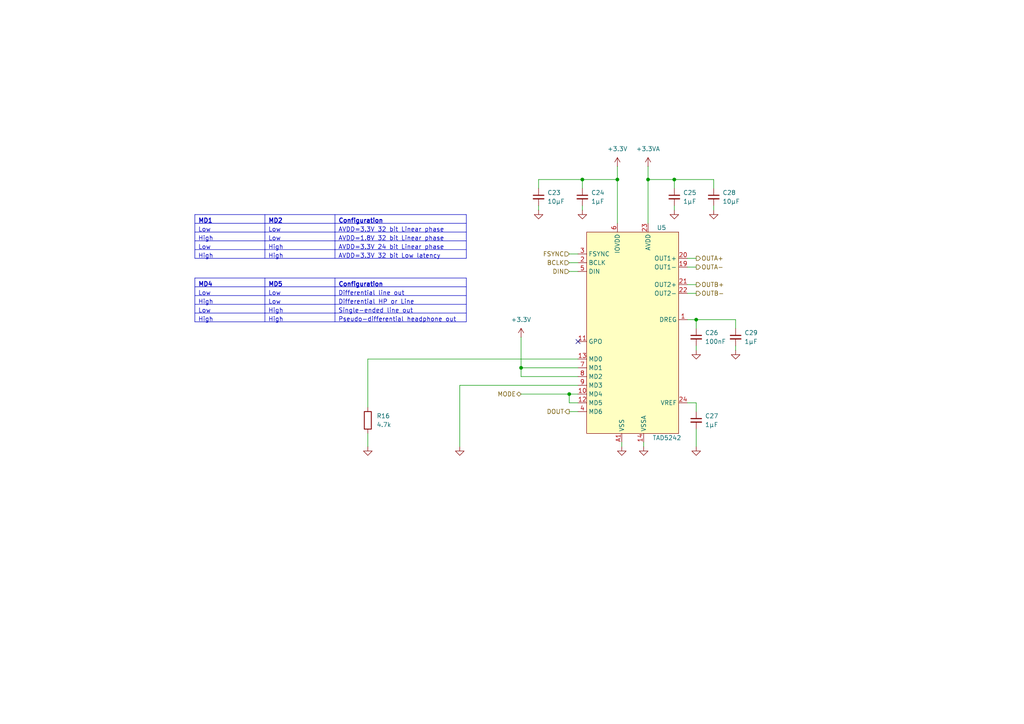
<source format=kicad_sch>
(kicad_sch (version 20250114) (generator "eeschema") (generator_version "9.0")
  (paper "A4")
  (lib_symbols
    (symbol "Device:C_Small" (pin_numbers (hide yes)) (pin_names (offset 0.254) (hide yes))
      (property "Reference" "C" (at 0.254 1.778 0))
      (property "Value" "C_Small" (at 0.254 -2.032 0))
      (symbol "C_Small_0_1"
        (polyline (pts (xy -1.524 0.508) (xy 1.524 0.508)) (stroke (width 0.3048)))
        (polyline (pts (xy -1.524 -0.508) (xy 1.524 -0.508)) (stroke (width 0.3302)))
      )
      (symbol "C_Small_1_1"
        (pin passive line (at 0 2.54 270) (length 2.032) (name "~") (number "1"))
        (pin passive line (at 0 -2.54 90) (length 2.032) (name "~") (number "2"))
      )
    )
    (symbol "Device:R" (pin_numbers (hide yes)) (pin_names (offset 0))
      (property "Reference" "R" (at 2.032 0 90))
      (property "Value" "R" (at 0 0 90))
      (symbol "R_0_1"
        (rectangle (start -1.016 -2.54) (end 1.016 2.54) (stroke (width 0.254)))
      )
      (symbol "R_1_1"
        (pin passive line (at 0 3.81 270) (length 1.27) (name "~") (number "1"))
        (pin passive line (at 0 -3.81 90) (length 1.27) (name "~") (number "2"))
      )
    )
    (symbol "audio_ics:TAD5242"
      (property "Reference" "U" (at 0 0 0))
      (property "Value" "TAD5242" (at 0 0 0))
      (symbol "TAD5242_0_0"
        (pin input line (at -2.54 -10.16 0) (length 2.54) (name "FSYNC") (number "3"))
        (pin input line (at -2.54 -12.7 0) (length 2.54) (name "BCLK") (number "2"))
        (pin input line (at -2.54 -15.24 0) (length 2.54) (name "DIN") (number "5"))
        (pin output line (at -2.54 -35.56 0) (length 2.54) (name "GPO") (number "11"))
        (pin input line (at -2.54 -40.64 0) (length 2.54) (name "MD0") (number "13"))
        (pin input line (at -2.54 -43.18 0) (length 2.54) (name "MD1") (number "7"))
        (pin input line (at -2.54 -45.72 0) (length 2.54) (name "MD2") (number "8"))
        (pin input line (at -2.54 -48.26 0) (length 2.54) (name "MD3") (number "9"))
        (pin input line (at -2.54 -50.8 0) (length 2.54) (name "MD4") (number "10"))
        (pin input line (at -2.54 -53.34 0) (length 2.54) (name "MD5") (number "12"))
        (pin output line (at -2.54 -55.88 0) (length 2.54) (name "MD6") (number "4"))
        (pin power_in line (at 8.89 -1.27 270) (length 2.54) (name "IOVDD") (number "6"))
        (pin power_in line (at 10.16 -64.77 90) (length 2.54) (name "VSS") (number "A1"))
        (pin power_in line (at 16.51 -64.77 90) (length 2.54) (name "VSSA") (number "14"))
        (pin power_in line (at 17.78 -1.27 270) (length 2.54) (name "AVDD") (number "23"))
        (pin output line (at 29.21 -11.43 180) (length 2.54) (name "OUT1+") (number "20"))
        (pin output line (at 29.21 -13.97 180) (length 2.54) (name "OUT1-") (number "19"))
        (pin output line (at 29.21 -19.05 180) (length 2.54) (name "OUT2+") (number "21"))
        (pin output line (at 29.21 -21.59 180) (length 2.54) (name "OUT2-") (number "22"))
        (pin output line (at 29.21 -53.34 180) (length 2.54) (name "VREF") (number "24"))
      )
      (symbol "TAD5242_1_0"
        (pin passive line (at 10.16 -64.77 90) (length 2.54) (hide yes) (name "VSS") (number "25"))
        (pin passive line (at 10.16 -64.77 90) (length 2.54) (hide yes) (name "VSS") (number "A2"))
        (pin passive line (at 10.16 -64.77 90) (length 2.54) (hide yes) (name "VSS") (number "A3"))
        (pin passive line (at 10.16 -64.77 90) (length 2.54) (hide yes) (name "VSS") (number "A4"))
        (pin passive line (at 16.51 -64.77 90) (length 2.54) (hide yes) (name "VSSA") (number "15"))
        (pin passive line (at 16.51 -64.77 90) (length 2.54) (hide yes) (name "VSSA") (number "16"))
        (pin passive line (at 16.51 -64.77 90) (length 2.54) (hide yes) (name "VSSA") (number "17"))
        (pin passive line (at 16.51 -64.77 90) (length 2.54) (hide yes) (name "VSSA") (number "18"))
        (pin power_out line (at 29.21 -29.21 180) (length 2.54) (name "DREG") (number "1"))
      )
      (symbol "TAD5242_1_1"
        (rectangle (start 0 -3.81) (end 26.67 -62.23) (fill (type background)))
      )
    )
    (symbol "power:+3.3V" (power) (pin_numbers (hide yes)) (pin_names (offset 0) (hide yes))
      (property "Value" "+3.3V" (at 0 3.556 0))
      (symbol "+3.3V_0_1"
        (polyline (pts (xy -0.762 1.27) (xy 0 2.54)))
        (polyline (pts (xy 0 2.54) (xy 0.762 1.27)))
        (polyline (pts (xy 0 0) (xy 0 2.54)))
      )
      (symbol "+3.3V_1_1"
        (pin power_in line (at 0 0 90) (length 0) (name "~") (number "1"))
      )
    )
    (symbol "power:+3.3VA" (power) (pin_numbers (hide yes)) (pin_names (offset 0) (hide yes))
      (property "Value" "+3.3VA" (at 0 3.556 0))
      (symbol "+3.3VA_0_1"
        (polyline (pts (xy -0.762 1.27) (xy 0 2.54)))
        (polyline (pts (xy 0 2.54) (xy 0.762 1.27)))
        (polyline (pts (xy 0 0) (xy 0 2.54)))
      )
      (symbol "+3.3VA_1_1"
        (pin power_in line (at 0 0 90) (length 0) (name "~") (number "1"))
      )
    )
    (symbol "power:GND" (power) (pin_numbers (hide yes)) (pin_names (offset 0) (hide yes))
      (property "Value" "GND" (at 0 -3.81 0))
      (symbol "GND_0_1"
        (polyline (pts (xy 0 0) (xy 0 -1.27) (xy 1.27 -1.27) (xy 0 -2.54) (xy -1.27 -1.27) (xy 0 -1.27)))
      )
      (symbol "GND_1_1"
        (pin power_in line (at 0 0 270) (length 0) (name "~") (number "1"))
      )
    )
  )
  (junction (at 201.93 92.71))
  (junction (at 168.91 52.07))
  (junction (at 151.13 106.68))
  (junction (at 195.58 52.07))
  (junction (at 187.96 52.07))
  (junction (at 165.1 114.3))
  (junction (at 179.07 52.07))
  (no_connect (at 167.64 99.06))
  (wire (pts (xy 156.21 52.07) (xy 156.21 54.61)))
  (wire (pts (xy 179.07 64.77) (xy 179.07 52.07)))
  (wire (pts (xy 151.13 97.79) (xy 151.13 106.68)))
  (wire (pts (xy 165.1 119.38) (xy 167.64 119.38)))
  (wire (pts (xy 199.39 82.55) (xy 201.93 82.55)))
  (wire (pts (xy 195.58 60.96) (xy 195.58 59.69)))
  (wire (pts (xy 165.1 78.74) (xy 167.64 78.74)))
  (wire (pts (xy 179.07 48.26) (xy 179.07 52.07)))
  (wire (pts (xy 106.68 129.54) (xy 106.68 125.73)))
  (wire (pts (xy 195.58 52.07) (xy 207.01 52.07)))
  (wire (pts (xy 151.13 109.22) (xy 151.13 106.68)))
  (wire (pts (xy 201.93 119.38) (xy 201.93 116.84)))
  (wire (pts (xy 165.1 116.84) (xy 165.1 114.3)))
  (wire (pts (xy 187.96 48.26) (xy 187.96 52.07)))
  (wire (pts (xy 106.68 104.14) (xy 167.64 104.14)))
  (wire (pts (xy 201.93 95.25) (xy 201.93 92.71)))
  (wire (pts (xy 167.64 116.84) (xy 165.1 116.84)))
  (wire (pts (xy 187.96 52.07) (xy 195.58 52.07)))
  (wire (pts (xy 165.1 73.66) (xy 167.64 73.66)))
  (wire (pts (xy 186.69 128.27) (xy 186.69 129.54)))
  (wire (pts (xy 213.36 95.25) (xy 213.36 92.71)))
  (wire (pts (xy 195.58 52.07) (xy 195.58 54.61)))
  (wire (pts (xy 213.36 92.71) (xy 201.93 92.71)))
  (wire (pts (xy 167.64 109.22) (xy 151.13 109.22)))
  (wire (pts (xy 201.93 116.84) (xy 199.39 116.84)))
  (wire (pts (xy 151.13 114.3) (xy 165.1 114.3)))
  (wire (pts (xy 201.93 101.6) (xy 201.93 100.33)))
  (wire (pts (xy 133.35 111.76) (xy 133.35 129.54)))
  (wire (pts (xy 167.64 111.76) (xy 133.35 111.76)))
  (wire (pts (xy 207.01 52.07) (xy 207.01 54.61)))
  (wire (pts (xy 168.91 52.07) (xy 168.91 54.61)))
  (wire (pts (xy 179.07 52.07) (xy 168.91 52.07)))
  (wire (pts (xy 187.96 64.77) (xy 187.96 52.07)))
  (wire (pts (xy 199.39 74.93) (xy 201.93 74.93)))
  (wire (pts (xy 213.36 101.6) (xy 213.36 100.33)))
  (wire (pts (xy 199.39 85.09) (xy 201.93 85.09)))
  (wire (pts (xy 156.21 60.96) (xy 156.21 59.69)))
  (wire (pts (xy 151.13 106.68) (xy 167.64 106.68)))
  (wire (pts (xy 168.91 52.07) (xy 156.21 52.07)))
  (wire (pts (xy 201.93 124.46) (xy 201.93 129.54)))
  (wire (pts (xy 106.68 118.11) (xy 106.68 104.14)))
  (wire (pts (xy 168.91 60.96) (xy 168.91 59.69)))
  (wire (pts (xy 199.39 77.47) (xy 201.93 77.47)))
  (wire (pts (xy 207.01 60.96) (xy 207.01 59.69)))
  (wire (pts (xy 201.93 92.71) (xy 199.39 92.71)))
  (wire (pts (xy 180.34 129.54) (xy 180.34 128.27)))
  (wire (pts (xy 165.1 76.2) (xy 167.64 76.2)))
  (wire (pts (xy 165.1 114.3) (xy 167.64 114.3)))
  (table (column_count 3) (border (external yes) (header yes)) (separators (rows yes) (cols yes)) (column_widths 20.32 20.32 38.1) (row_heights 2.54 2.54 2.54 2.54 2.54) (cells (table_cell "MD1" (at 56.515 62.23 0) (size 20.32 2.54) (margins 0.9525 0.9525 0.9525 0.9525) (span 1 1)) (table_cell "MD2" (at 76.835 62.23 0) (size 20.32 2.54) (margins 0.9525 0.9525 0.9525 0.9525) (span 1 1)) (table_cell "Configuration" (at 97.155 62.23 0) (size 38.1 2.54) (margins 0.9525 0.9525 0.9525 0.9525) (span 1 1)) (table_cell "Low" (at 56.515 64.77 0) (size 20.32 2.54) (margins 0.9525 0.9525 0.9525 0.9525) (span 1 1)) (table_cell "Low" (at 76.835 64.77 0) (size 20.32 2.54) (margins 0.9525 0.9525 0.9525 0.9525) (span 1 1)) (table_cell "AVDD=3.3V 32 bit Linear phase" (at 97.155 64.77 0) (size 38.1 2.54) (margins 0.9525 0.9525 0.9525 0.9525) (span 1 1)) (table_cell "High" (at 56.515 67.31 0) (size 20.32 2.54) (margins 0.9525 0.9525 0.9525 0.9525) (span 1 1)) (table_cell "Low" (at 76.835 67.31 0) (size 20.32 2.54) (margins 0.9525 0.9525 0.9525 0.9525) (span 1 1)) (table_cell "AVDD=1.8V 32 bit Linear phase" (at 97.155 67.31 0) (size 38.1 2.54) (margins 0.9525 0.9525 0.9525 0.9525) (span 1 1)) (table_cell "Low" (at 56.515 69.85 0) (size 20.32 2.54) (margins 0.9525 0.9525 0.9525 0.9525) (span 1 1)) (table_cell "High" (at 76.835 69.85 0) (size 20.32 2.54) (margins 0.9525 0.9525 0.9525 0.9525) (span 1 1)) (table_cell "AVDD=3.3V 24 bit Linear phase" (at 97.155 69.85 0) (size 38.1 2.54) (margins 0.9525 0.9525 0.9525 0.9525) (span 1 1)) (table_cell "High" (at 56.515 72.39 0) (size 20.32 2.54) (margins 0.9525 0.9525 0.9525 0.9525) (span 1 1)) (table_cell "High" (at 76.835 72.39 0) (size 20.32 2.54) (margins 0.9525 0.9525 0.9525 0.9525) (span 1 1)) (table_cell "AVDD=3.3V 32 bit Low latency" (at 97.155 72.39 0) (size 38.1 2.54) (margins 0.9525 0.9525 0.9525 0.9525) (span 1 1))))
  (table (column_count 3) (border (external yes) (header yes)) (separators (rows yes) (cols yes)) (column_widths 20.32 20.32 38.1) (row_heights 2.54 2.54 2.54 2.54 2.54) (cells (table_cell "MD4" (at 56.515 80.645 0) (size 20.32 2.54) (margins 0.9525 0.9525 0.9525 0.9525) (span 1 1)) (table_cell "MD5" (at 76.835 80.645 0) (size 20.32 2.54) (margins 0.9525 0.9525 0.9525 0.9525) (span 1 1)) (table_cell "Configuration" (at 97.155 80.645 0) (size 38.1 2.54) (margins 0.9525 0.9525 0.9525 0.9525) (span 1 1)) (table_cell "Low" (at 56.515 83.185 0) (size 20.32 2.54) (margins 0.9525 0.9525 0.9525 0.9525) (span 1 1)) (table_cell "Low" (at 76.835 83.185 0) (size 20.32 2.54) (margins 0.9525 0.9525 0.9525 0.9525) (span 1 1)) (table_cell "Differential line out" (at 97.155 83.185 0) (size 38.1 2.54) (margins 0.9525 0.9525 0.9525 0.9525) (span 1 1)) (table_cell "High" (at 56.515 85.725 0) (size 20.32 2.54) (margins 0.9525 0.9525 0.9525 0.9525) (span 1 1)) (table_cell "Low" (at 76.835 85.725 0) (size 20.32 2.54) (margins 0.9525 0.9525 0.9525 0.9525) (span 1 1)) (table_cell "Differential HP or Line" (at 97.155 85.725 0) (size 38.1 2.54) (margins 0.9525 0.9525 0.9525 0.9525) (span 1 1)) (table_cell "Low" (at 56.515 88.265 0) (size 20.32 2.54) (margins 0.9525 0.9525 0.9525 0.9525) (span 1 1)) (table_cell "High" (at 76.835 88.265 0) (size 20.32 2.54) (margins 0.9525 0.9525 0.9525 0.9525) (span 1 1)) (table_cell "Single-ended line out" (at 97.155 88.265 0) (size 38.1 2.54) (margins 0.9525 0.9525 0.9525 0.9525) (span 1 1)) (table_cell "High" (at 56.515 90.805 0) (size 20.32 2.54) (margins 0.9525 0.9525 0.9525 0.9525) (span 1 1)) (table_cell "High" (at 76.835 90.805 0) (size 20.32 2.54) (margins 0.9525 0.9525 0.9525 0.9525) (span 1 1)) (table_cell "Pseudo-differential headphone out" (at 97.155 90.805 0) (size 38.1 2.54) (margins 0.9525 0.9525 0.9525 0.9525) (span 1 1))))
  (hierarchical_label "BCLK" (shape input) (at 165.1 76.2 180))
  (hierarchical_label "OUTA-" (shape output) (at 201.93 77.47 0))
  (hierarchical_label "MODE" (shape bidirectional) (at 151.13 114.3 180))
  (hierarchical_label "OUTA+" (shape output) (at 201.93 74.93 0))
  (hierarchical_label "OUTB+" (shape output) (at 201.93 82.55 0))
  (hierarchical_label "DIN" (shape input) (at 165.1 78.74 180))
  (hierarchical_label "DOUT" (shape output) (at 165.1 119.38 180))
  (hierarchical_label "OUTB-" (shape output) (at 201.93 85.09 0))
  (hierarchical_label "FSYNC" (shape input) (at 165.1 73.66 180))
  (symbol (lib_id "power:GND") (at 156.21 60.96 0) (unit 1)
    (property "Reference" "#PWR048" (effects (hide yes)))
    (property "Value" "GND" (effects (hide yes)))
    (property "Description" "Power symbol creates a global label with name \"GND\" , ground" (effects (hide yes)))
    (instances (project "audio_board" (path "" (reference "#PWR062") (unit 1)) (path "" (reference "#PWR048") (unit 1))))
  )
  (symbol (lib_id "Device:C_Small") (at 168.91 57.15 0) (unit 1)
    (property "Reference" "C17" (at 171.45 55.8862 0) (effects (justify left)))
    (property "Value" "1μF" (at 171.45 58.4262 0) (effects (justify left)))
    (property "Footprint" "Capacitor_SMD:C_0805_2012Metric" (effects (hide yes)))
    (property "Description" "Unpolarized capacitor, small symbol" (effects (hide yes)))
    (property "MPN" "C 1μF 16V 0805" (effects (hide yes)))
    (instances (project "audio_board" (path "" (reference "C24") (unit 1)) (path "" (reference "C17") (unit 1))))
  )
  (symbol (lib_id "power:GND") (at 201.93 129.54 0) (unit 1)
    (property "Reference" "#PWR056" (effects (hide yes)))
    (property "Value" "GND" (effects (hide yes)))
    (property "Description" "Power symbol creates a global label with name \"GND\" , ground" (effects (hide yes)))
    (instances (project "audio_board" (path "" (reference "#PWR070") (unit 1)) (path "" (reference "#PWR056") (unit 1))))
  )
  (symbol (lib_id "power:GND") (at 201.93 101.6 0) (unit 1)
    (property "Reference" "#PWR055" (effects (hide yes)))
    (property "Value" "GND" (effects (hide yes)))
    (property "Description" "Power symbol creates a global label with name \"GND\" , ground" (effects (hide yes)))
    (instances (project "audio_board" (path "" (reference "#PWR069") (unit 1)) (path "" (reference "#PWR055") (unit 1))))
  )
  (symbol (lib_id "power:+3.3V") (at 151.13 97.79 0) (unit 1)
    (property "Reference" "#PWR047" (effects (hide yes)))
    (property "Value" "+3.3V" (at 151.13 92.71 0))
    (property "Description" "Power symbol creates a global label with name \"+3.3V\"" (effects (hide yes)))
    (instances (project "audio_board" (path "" (reference "#PWR061") (unit 1)) (path "" (reference "#PWR047") (unit 1))))
  )
  (symbol (lib_id "Device:C_Small") (at 201.93 97.79 0) (unit 1)
    (property "Reference" "C19" (at 204.47 96.5262 0) (effects (justify left)))
    (property "Value" "100nF" (at 204.47 99.0662 0) (effects (justify left)))
    (property "Footprint" "Capacitor_SMD:C_0805_2012Metric" (effects (hide yes)))
    (property "Description" "Unpolarized capacitor, small symbol" (effects (hide yes)))
    (property "MPN" "C 100nF 16V 0805" (effects (hide yes)))
    (instances (project "audio_board" (path "" (reference "C26") (unit 1)) (path "" (reference "C19") (unit 1))))
  )
  (symbol (lib_id "power:GND") (at 213.36 101.6 0) (unit 1)
    (property "Reference" "#PWR058" (effects (hide yes)))
    (property "Value" "GND" (effects (hide yes)))
    (property "Description" "Power symbol creates a global label with name \"GND\" , ground" (effects (hide yes)))
    (instances (project "audio_board" (path "" (reference "#PWR072") (unit 1)) (path "" (reference "#PWR058") (unit 1))))
  )
  (symbol (lib_id "Device:C_Small") (at 201.93 121.92 0) (unit 1)
    (property "Reference" "C20" (at 204.47 120.6562 0) (effects (justify left)))
    (property "Value" "1μF" (at 204.47 123.1962 0) (effects (justify left)))
    (property "Footprint" "Capacitor_SMD:C_0805_2012Metric" (effects (hide yes)))
    (property "Description" "Unpolarized capacitor, small symbol" (effects (hide yes)))
    (property "MPN" "C 1μF 16V 0805" (effects (hide yes)))
    (instances (project "audio_board" (path "" (reference "C27") (unit 1)) (path "" (reference "C20") (unit 1))))
  )
  (symbol (lib_id "power:+3.3V") (at 179.07 48.26 0) (unit 1)
    (property "Reference" "#PWR050" (effects (hide yes)))
    (property "Value" "+3.3V" (at 179.07 43.18 0))
    (property "Description" "Power symbol creates a global label with name \"+3.3V\"" (effects (hide yes)))
    (instances (project "audio_board" (path "" (reference "#PWR064") (unit 1)) (path "" (reference "#PWR050") (unit 1))))
  )
  (symbol (lib_id "Device:C_Small") (at 213.36 97.79 0) (unit 1)
    (property "Reference" "C22" (at 215.9 96.5262 0) (effects (justify left)))
    (property "Value" "1μF" (at 215.9 99.0662 0) (effects (justify left)))
    (property "Footprint" "Capacitor_SMD:C_0805_2012Metric" (effects (hide yes)))
    (property "Description" "Unpolarized capacitor, small symbol" (effects (hide yes)))
    (property "MPN" "C 1μF 16V 0805" (effects (hide yes)))
    (instances (project "audio_board" (path "" (reference "C29") (unit 1)) (path "" (reference "C22") (unit 1))))
  )
  (symbol (lib_id "power:GND") (at 180.34 129.54 0) (unit 1)
    (property "Reference" "#PWR051" (effects (hide yes)))
    (property "Value" "GND" (effects (hide yes)))
    (property "Description" "Power symbol creates a global label with name \"GND\" , ground" (effects (hide yes)))
    (instances (project "audio_board" (path "" (reference "#PWR065") (unit 1)) (path "" (reference "#PWR051") (unit 1))))
  )
  (symbol (lib_id "Device:C_Small") (at 156.21 57.15 0) (unit 1)
    (property "Reference" "C16" (at 158.75 55.8862 0) (effects (justify left)))
    (property "Value" "10μF" (at 158.75 58.4262 0) (effects (justify left)))
    (property "Footprint" "Capacitor_SMD:C_0805_2012Metric" (effects (hide yes)))
    (property "Description" "Unpolarized capacitor, small symbol" (effects (hide yes)))
    (property "MPN" "C 10μF 16V 0805" (effects (hide yes)))
    (instances (project "audio_board" (path "" (reference "C23") (unit 1)) (path "" (reference "C16") (unit 1))))
  )
  (symbol (lib_id "power:GND") (at 106.68 129.54 0) (unit 1)
    (property "Reference" "#PWR045" (effects (hide yes)))
    (property "Value" "GND" (effects (hide yes)))
    (property "Description" "Power symbol creates a global label with name \"GND\" , ground" (effects (hide yes)))
    (instances (project "audio_board" (path "" (reference "#PWR059") (unit 1)) (path "" (reference "#PWR045") (unit 1))))
  )
  (symbol (lib_id "power:GND") (at 195.58 60.96 0) (unit 1)
    (property "Reference" "#PWR054" (effects (hide yes)))
    (property "Value" "GND" (effects (hide yes)))
    (property "Description" "Power symbol creates a global label with name \"GND\" , ground" (effects (hide yes)))
    (instances (project "audio_board" (path "" (reference "#PWR068") (unit 1)) (path "" (reference "#PWR054") (unit 1))))
  )
  (symbol (lib_id "Device:R") (at 106.68 121.92 0) (unit 1)
    (property "Reference" "R15" (at 109.22 120.6499 0) (effects (justify left)))
    (property "Value" "4.7k" (at 109.22 123.1899 0) (effects (justify left)))
    (property "Footprint" "Resistor_SMD:R_0805_2012Metric" (effects (hide yes)))
    (property "Description" "Resistor" (effects (hide yes)))
    (instances (project "audio_board" (path "" (reference "R16") (unit 1)) (path "" (reference "R15") (unit 1))))
  )
  (symbol (lib_id "Device:C_Small") (at 207.01 57.15 0) (unit 1)
    (property "Reference" "C21" (at 209.55 55.8862 0) (effects (justify left)))
    (property "Value" "10μF" (at 209.55 58.4262 0) (effects (justify left)))
    (property "Footprint" "Capacitor_SMD:C_0805_2012Metric" (effects (hide yes)))
    (property "Description" "Unpolarized capacitor, small symbol" (effects (hide yes)))
    (property "MPN" "C 10μF 16V 0805" (effects (hide yes)))
    (instances (project "audio_board" (path "" (reference "C28") (unit 1)) (path "" (reference "C21") (unit 1))))
  )
  (symbol (lib_id "power:+3.3VA") (at 187.96 48.26 0) (unit 1)
    (property "Reference" "#PWR053" (effects (hide yes)))
    (property "Value" "+3.3VA" (at 187.96 43.18 0))
    (property "Description" "Power symbol creates a global label with name \"+3.3VA\"" (effects (hide yes)))
    (instances (project "audio_board" (path "" (reference "#PWR067") (unit 1)) (path "" (reference "#PWR053") (unit 1))))
  )
  (symbol (lib_id "power:GND") (at 168.91 60.96 0) (unit 1)
    (property "Reference" "#PWR049" (effects (hide yes)))
    (property "Value" "GND" (effects (hide yes)))
    (property "Description" "Power symbol creates a global label with name \"GND\" , ground" (effects (hide yes)))
    (instances (project "audio_board" (path "" (reference "#PWR063") (unit 1)) (path "" (reference "#PWR049") (unit 1))))
  )
  (symbol (lib_id "audio_ics:TAD5242") (at 170.18 63.5 0) (unit 1)
    (property "Reference" "U4" (at 190.5 66.04 0) (effects (justify left)))
    (property "Value" "TAD5242" (at 189.23 127 0) (effects (justify left)))
    (property "Footprint" "ics:Texas_RGE0024R_VQFN-24-1EP_4x4mm_P0.5mm_EP2.1x2.1mm" (effects (hide yes)))
    (property "Datasheet" "https://www.ti.com/lit/ds/symlink/tad5242.pdf" (effects (hide yes)))
    (property "Description" "TAD5242 Hardware-control stereo audio DAC with 120dB dynamic range, and headphone/line driver" (effects (hide yes)))
    (instances (project "" (path "" (reference "U5") (unit 1)) (path "" (reference "U4") (unit 1))))
  )
  (symbol (lib_id "power:GND") (at 207.01 60.96 0) (unit 1)
    (property "Reference" "#PWR057" (effects (hide yes)))
    (property "Value" "GND" (effects (hide yes)))
    (property "Description" "Power symbol creates a global label with name \"GND\" , ground" (effects (hide yes)))
    (instances (project "audio_board" (path "" (reference "#PWR071") (unit 1)) (path "" (reference "#PWR057") (unit 1))))
  )
  (symbol (lib_id "power:GND") (at 133.35 129.54 0) (unit 1)
    (property "Reference" "#PWR046" (effects (hide yes)))
    (property "Value" "GND" (effects (hide yes)))
    (property "Description" "Power symbol creates a global label with name \"GND\" , ground" (effects (hide yes)))
    (instances (project "audio_board" (path "" (reference "#PWR060") (unit 1)) (path "" (reference "#PWR046") (unit 1))))
  )
  (symbol (lib_id "power:GND") (at 186.69 129.54 0) (unit 1)
    (property "Reference" "#PWR052" (effects (hide yes)))
    (property "Value" "GND" (effects (hide yes)))
    (property "Description" "Power symbol creates a global label with name \"GND\" , ground" (effects (hide yes)))
    (instances (project "audio_board" (path "" (reference "#PWR066") (unit 1)) (path "" (reference "#PWR052") (unit 1))))
  )
  (symbol (lib_id "Device:C_Small") (at 195.58 57.15 0) (unit 1)
    (property "Reference" "C18" (at 198.12 55.8862 0) (effects (justify left)))
    (property "Value" "1μF" (at 198.12 58.4262 0) (effects (justify left)))
    (property "Footprint" "Capacitor_SMD:C_0805_2012Metric" (effects (hide yes)))
    (property "Description" "Unpolarized capacitor, small symbol" (effects (hide yes)))
    (property "MPN" "C 1μF 16V 0805" (effects (hide yes)))
    (instances (project "audio_board" (path "" (reference "C25") (unit 1)) (path "" (reference "C18") (unit 1))))
  )
)
</source>
